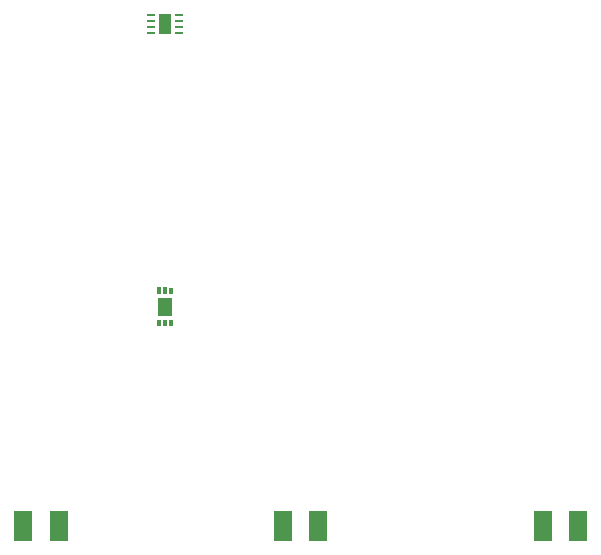
<source format=gtp>
G04 Layer: TopPasteMaskLayer*
G04 EasyEDA v6.4.5, 2020-08-30T10:48:13+03:00*
G04 413a31d708cc4da382682e4194c4ac02,19ad15c176e44a5d96a851d9d78d95a1,10*
G04 Gerber Generator version 0.2*
G04 Scale: 100 percent, Rotated: No, Reflected: No *
G04 Dimensions in millimeters *
G04 leading zeros omitted , absolute positions ,3 integer and 3 decimal *
%FSLAX33Y33*%
%MOMM*%
G90*
G71D02*

%ADD15R,1.499997X2.599995*%
%ADD16R,0.350520X0.599440*%
%ADD17R,0.299720X0.599440*%
%ADD19R,0.999998X1.699997*%
%ADD20R,0.699999X0.250012*%

%LPD*%
G54D15*
G01X14505Y14996D03*
G01X11505Y14996D03*
G01X36504Y14996D03*
G01X33504Y14996D03*
G01X58498Y14996D03*
G01X55498Y14996D03*
G54D16*
G01X24020Y34935D03*
G36*
G01X23649Y35235D02*
G01X23649Y34635D01*
G01X23350Y34635D01*
G01X23350Y35235D01*
G01X23649Y35235D01*
G37*
G36*
G01X23149Y35235D02*
G01X23149Y34635D01*
G01X22849Y34635D01*
G01X22849Y35235D01*
G01X23149Y35235D01*
G37*
G54D17*
G01X24000Y32234D03*
G01X23499Y32234D03*
G01X22999Y32234D03*
G36*
G01X22909Y34335D02*
G01X24109Y34335D01*
G01X24109Y32835D01*
G01X22909Y32835D01*
G01X22909Y34335D01*
G37*
G54D19*
G01X23513Y57565D03*
G54D20*
G01X24700Y56800D03*
G01X24700Y57300D03*
G01X24700Y57800D03*
G01X24700Y58300D03*
G01X22300Y56800D03*
G01X22300Y57300D03*
G01X22300Y57800D03*
G01X22300Y58300D03*
M00*
M02*

</source>
